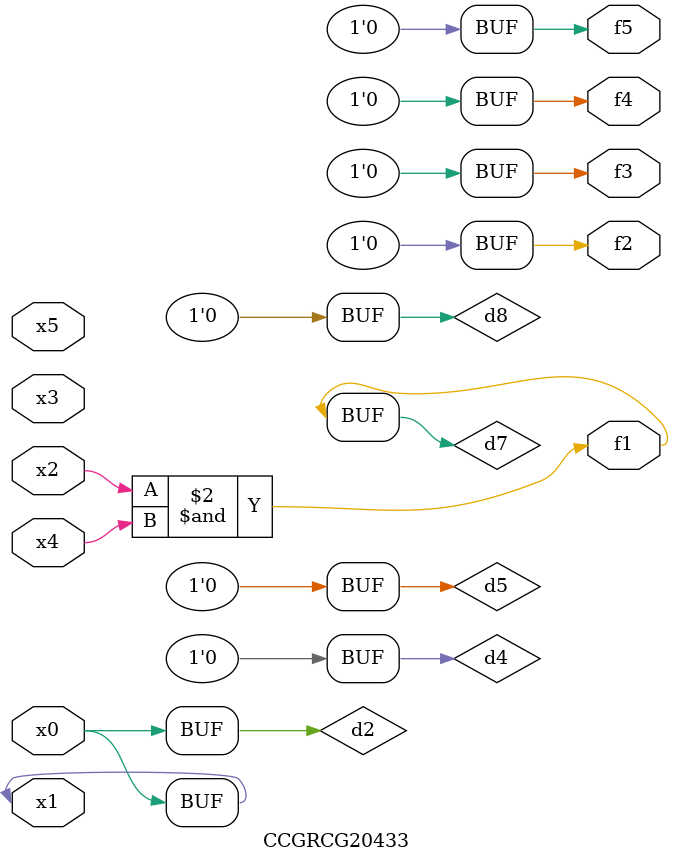
<source format=v>
module CCGRCG20433(
	input x0, x1, x2, x3, x4, x5,
	output f1, f2, f3, f4, f5
);

	wire d1, d2, d3, d4, d5, d6, d7, d8, d9;

	nand (d1, x1);
	buf (d2, x0, x1);
	nand (d3, x2, x4);
	and (d4, d1, d2);
	and (d5, d1, d2);
	nand (d6, d1, d3);
	not (d7, d3);
	xor (d8, d5);
	nor (d9, d5, d6);
	assign f1 = d7;
	assign f2 = d8;
	assign f3 = d8;
	assign f4 = d8;
	assign f5 = d8;
endmodule

</source>
